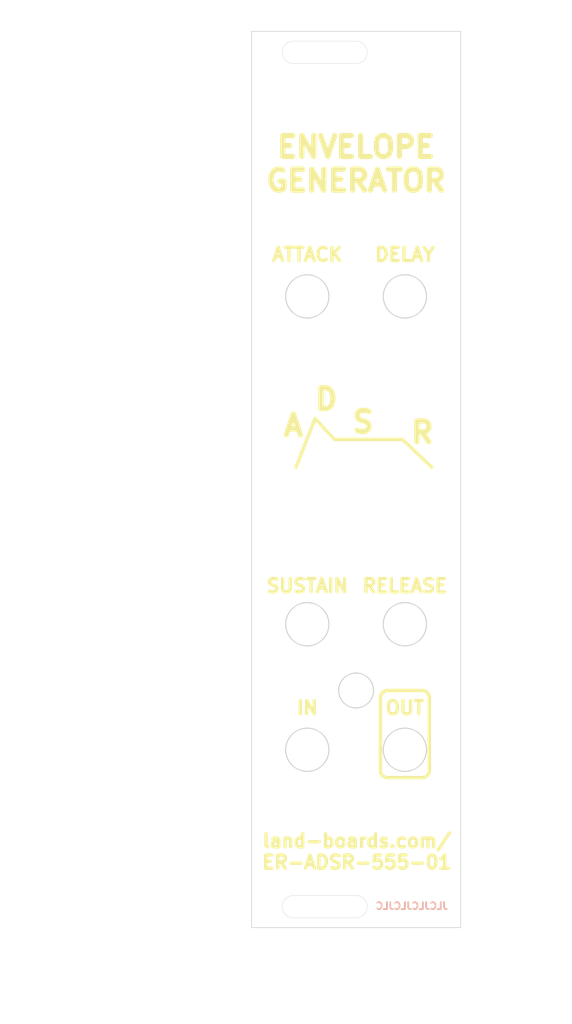
<source format=kicad_pcb>
(kicad_pcb (version 20211014) (generator pcbnew)

  (general
    (thickness 1.6)
  )

  (paper "A4")
  (layers
    (0 "F.Cu" signal)
    (31 "B.Cu" signal)
    (32 "B.Adhes" user "B.Adhesive")
    (33 "F.Adhes" user "F.Adhesive")
    (34 "B.Paste" user)
    (35 "F.Paste" user)
    (36 "B.SilkS" user "B.Silkscreen")
    (37 "F.SilkS" user "F.Silkscreen")
    (38 "B.Mask" user)
    (39 "F.Mask" user)
    (40 "Dwgs.User" user "User.Drawings")
    (41 "Cmts.User" user "User.Comments")
    (42 "Eco1.User" user "User.Eco1")
    (43 "Eco2.User" user "User.Eco2")
    (44 "Edge.Cuts" user)
    (45 "Margin" user)
    (46 "B.CrtYd" user "B.Courtyard")
    (47 "F.CrtYd" user "F.Courtyard")
    (48 "B.Fab" user)
    (49 "F.Fab" user)
    (50 "User.1" user)
    (51 "User.2" user)
    (52 "User.3" user)
    (53 "User.4" user)
    (54 "User.5" user)
    (55 "User.6" user)
    (56 "User.7" user)
    (57 "User.8" user)
    (58 "User.9" user)
  )

  (setup
    (pad_to_mask_clearance 0)
    (pcbplotparams
      (layerselection 0x00010f0_ffffffff)
      (disableapertmacros false)
      (usegerberextensions true)
      (usegerberattributes true)
      (usegerberadvancedattributes true)
      (creategerberjobfile false)
      (svguseinch false)
      (svgprecision 6)
      (excludeedgelayer true)
      (plotframeref false)
      (viasonmask false)
      (mode 1)
      (useauxorigin false)
      (hpglpennumber 1)
      (hpglpenspeed 20)
      (hpglpendiameter 15.000000)
      (dxfpolygonmode true)
      (dxfimperialunits true)
      (dxfusepcbnewfont true)
      (psnegative false)
      (psa4output false)
      (plotreference true)
      (plotvalue true)
      (plotinvisibletext false)
      (sketchpadsonfab false)
      (subtractmaskfromsilk false)
      (outputformat 1)
      (mirror false)
      (drillshape 0)
      (scaleselection 1)
      (outputdirectory "PLOTS/")
    )
  )

  (net 0 "")

  (gr_line (start 57.625 49.5) (end 61.875 53.5) (layer "F.SilkS") (width 0.5) (tstamp 0554bea0-89b2-4e25-9ea3-4c73921c94cb))
  (gr_line (start 60.5 98) (end 55.5 98) (layer "F.SilkS") (width 0.5) (tstamp 15db53b5-ffb8-433f-8108-904b03ef7798))
  (gr_line (start 61.5 86.5) (end 61.5 97) (layer "F.SilkS") (width 0.5) (tstamp 2149c7a5-b4b6-4a47-aeeb-e3fdb854477d))
  (gr_line (start 55.5 85.5) (end 60.5 85.5) (layer "F.SilkS") (width 0.5) (tstamp 44329aaf-4d75-4a8b-a7a3-84f3e375f292))
  (gr_line (start 54.5 97) (end 54.5 86.5) (layer "F.SilkS") (width 0.5) (tstamp 62407bff-f293-4451-887b-5eaa62024bf4))
  (gr_line (start 45.125 46.5) (end 47.875 49.5) (layer "F.SilkS") (width 0.5) (tstamp 78f9c3d3-3556-46f6-9744-05ad54b330f0))
  (gr_arc (start 60.5 85.5) (mid 61.207106 85.792894) (end 61.5 86.5) (layer "F.SilkS") (width 0.5) (tstamp ae7981c6-f1c6-45b7-9b28-5fb757c00b87))
  (gr_arc (start 61.5 97) (mid 61.207106 97.707106) (end 60.5 98) (layer "F.SilkS") (width 0.5) (tstamp b74d0c12-845d-4162-a938-68d028f8d527))
  (gr_arc (start 54.5 86.5) (mid 54.792894 85.792894) (end 55.5 85.5) (layer "F.SilkS") (width 0.5) (tstamp bc5adf06-03fa-4551-8ef4-3fc804c5cd2e))
  (gr_line (start 42.375 53.5) (end 45.125 46.5) (layer "F.SilkS") (width 0.5) (tstamp bd793ae5-cde5-43f6-8def-1f95f35b1be6))
  (gr_arc (start 55.5 98) (mid 54.792894 97.707106) (end 54.5 97) (layer "F.SilkS") (width 0.5) (tstamp ee0fdac1-c638-4d94-82c2-d7a509145d99))
  (gr_line (start 47.875 49.5) (end 57.625 49.5) (layer "F.SilkS") (width 0.5) (tstamp f50dae73-c5b5-475d-ac8c-5b555be54fa3))
  (gr_rect (start 36 -9) (end 66 119.5) (layer "Dwgs.User") (width 0.5) (fill none) (tstamp 6187a3cd-924a-4cb4-91c7-2f5ceed90e05))
  (gr_line (start 21 67) (end 31 67) (layer "Dwgs.User") (width 0.15) (tstamp c0a6f852-6471-4d35-821f-bf40c1cf4758))
  (gr_arc (start 42 -4.4) (mid 40.4 -6) (end 42 -7.6) (layer "Edge.Cuts") (width 0.05) (tstamp 02c6f949-f3c3-4e34-8bc1-8aa811f53123))
  (gr_circle (center 58.000011 28.999993) (end 61.10001 28.999993) (layer "Edge.Cuts") (width 0.15) (fill none) (tstamp 04e95ba8-93e6-430c-a24b-1fab14c2cfef))
  (gr_circle (center 58 94) (end 61.1 94) (layer "Edge.Cuts") (width 0.15) (fill none) (tstamp 303029d5-c465-4af7-b36c-82f4110de2f6))
  (gr_line (start 51 -4.4) (end 42 -4.4) (layer "Edge.Cuts") (width 0.05) (tstamp 386e4c7c-a79f-425e-a674-f354ec7d9c46))
  (gr_arc (start 51 114.9) (mid 52.6 116.5) (end 51 118.1) (layer "Edge.Cuts") (width 0.05) (tstamp 55fdbf37-93ec-4489-b99d-2778986cddf5))
  (gr_arc (start 51 -7.6) (mid 52.6 -6) (end 51 -4.4) (layer "Edge.Cuts") (width 0.05) (tstamp 5da1b3e2-2ab5-47dc-8486-8f43d0855a5f))
  (gr_rect (start 36 -9) (end 66 119.5) (layer "Edge.Cuts") (width 0.1) (fill none) (tstamp 7308e13a-4809-4e8e-af65-9905819aa376))
  (gr_circle (center 44 94) (end 47.1 94) (layer "Edge.Cuts") (width 0.15) (fill none) (tstamp 865cf650-a1c3-490a-9e79-caf4c02fafbf))
  (gr_line (start 42 -7.6) (end 51 -7.6) (layer "Edge.Cuts") (width 0.05) (tstamp 88f42f1f-5b79-4315-a039-7bbb84228026))
  (gr_circle (center 43.999988 28.999993) (end 47.099987 28.999993) (layer "Edge.Cuts") (width 0.15) (fill none) (tstamp 8e44117a-e842-4750-81c2-3d5f8c7214bb))
  (gr_circle (center 58 76) (end 61.1 76) (layer "Edge.Cuts") (width 0.15) (fill none) (tstamp ac4be96d-9bf6-49ed-a31e-d5117dd71b38))
  (gr_line (start 42 114.9) (end 51 114.9) (layer "Edge.Cuts") (width 0.05) (tstamp c28bdfe9-0b98-47ff-a1f0-83c04c9b112d))
  (gr_circle (center 51 85.5) (end 53.5 85.5) (layer "Edge.Cuts") (width 0.15) (fill none) (tstamp cccc183d-f591-443c-b10b-559e23d1baf1))
  (gr_line (start 51 118.1) (end 42 118.1) (layer "Edge.Cuts") (width 0.05) (tstamp d70f70cb-6194-44f9-96e2-0896e72a0528))
  (gr_circle (center 44 76) (end 47.1 76) (layer "Edge.Cuts") (width 0.15) (fill none) (tstamp e7b17cdf-7c65-48cb-9cd3-c677087da7d5))
  (gr_arc (start 42 118.1) (mid 40.4 116.5) (end 42 114.9) (layer "Edge.Cuts") (width 0.05) (tstamp fa7e5dc4-a142-4ee0-91f5-e79b80fca880))
  (gr_text "JLCJLCJLCJLC" (at 59 116.4) (layer "B.SilkS") (tstamp 9388747b-3626-47eb-9511-6e955eb0a961)
    (effects (font (size 1 1) (thickness 0.25)) (justify mirror))
  )
  (gr_text "R" (at 60.5 48.5) (layer "F.SilkS") (tstamp 005f6ea1-3526-4e97-86e4-41388e3bc145)
    (effects (font (size 3 3) (thickness 0.75)))
  )
  (gr_text "D" (at 46.75 43.75) (layer "F.SilkS") (tstamp 296b967f-b7a9-453f-856a-7b874fdca3db)
    (effects (font (size 3 3) (thickness 0.75)))
  )
  (gr_text "OUT" (at 58.000011 88.000002) (layer "F.SilkS") (tstamp 2a10e790-a24c-4f40-b19d-c3e9f4e338bc)
    (effects (font (size 1.905 1.905) (thickness 0.47625)))
  )
  (gr_text "IN" (at 43.999988 88.000002) (layer "F.SilkS") (tstamp 2a7960e9-9205-4edf-b9bb-e17572564874)
    (effects (font (size 1.905 1.905) (thickness 0.47625)))
  )
  (gr_text "DELAY" (at 58.000011 23) (layer "F.SilkS") (tstamp 77a7ee4e-365f-4bcd-b716-26952ca4e15f)
    (effects (font (size 1.905 1.905) (thickness 0.47625)))
  )
  (gr_text "A" (at 42 47.5) (layer "F.SilkS") (tstamp 7b58219a-a31d-4ba4-804a-77c6d706d8bc)
    (effects (font (size 3 3) (thickness 0.75)))
  )
  (gr_text "ATTACK" (at 43.999988 23) (layer "F.SilkS") (tstamp 827461ae-b072-4582-979e-41442a5a72dc)
    (effects (font (size 1.905 1.905) (thickness 0.47625)))
  )
  (gr_text "SUSTAIN" (at 43.999988 70.500011) (layer "F.SilkS") (tstamp 8f5f70b9-4d4b-498c-bf41-6adfb5868132)
    (effects (font (size 1.905 1.905) (thickness 0.47625)))
  )
  (gr_text "land-boards.com/\nER-ADSR-555-01" (at 51.099999 108.600011) (layer "F.SilkS") (tstamp 970a683d-9531-4c94-8306-6f773ad45df6)
    (effects (font (size 1.905 1.905) (thickness 0.47625)))
  )
  (gr_text "S" (at 52 47) (layer "F.SilkS") (tstamp 9c8b409b-0d1b-49e5-8fed-acd83e0e8b3e)
    (effects (font (size 3 3) (thickness 0.75)))
  )
  (gr_text "RELEASE" (at 58.000011 70.500011) (layer "F.SilkS") (tstamp aa2197a7-73c3-46b9-8dcb-97bd6b07af6f)
    (effects (font (size 1.905 1.905) (thickness 0.47625)))
  )
  (gr_text "ENVELOPE\nGENERATOR" (at 51 10) (layer "F.SilkS") (tstamp c57ee958-1bb4-4829-baf3-b969ec805a72)
    (effects (font (size 3 3) (thickness 0.75)))
  )
  (dimension (type aligned) (layer "Dwgs.User") (tstamp 057c19cd-6662-4691-80a2-d6aae7ae2c76)
    (pts (xy 28 110) (xy 28 119.5))
    (height -45)
    (gr_text "9.5 mm" (at 73 114.75 90) (layer "Dwgs.User") (tstamp 057c19cd-6662-4691-80a2-d6aae7ae2c76)
      (effects (font (size 1 1) (thickness 0.15)))
    )
    (format (units 2) (units_format 1) (precision 1))
    (style (thickness 0.15) (arrow_length 1.27) (text_position_mode 1) (extension_height 0.58642) (extension_offset 0.5) keep_text_aligned)
  )
  (dimension (type aligned) (layer "Dwgs.User") (tstamp 0795b66a-4f79-4bf3-a695-c170bedc7296)
    (pts (xy 36 -9) (xy 44 -9))
    (height 135)
    (gr_text "8.0 mm" (at 40 124.5) (layer "Dwgs.User") (tstamp 0795b66a-4f79-4bf3-a695-c170bedc7296)
      (effects (font (size 1 1) (thickness 0.15)))
    )
    (format (units 2) (units_format 1) (precision 1))
    (style (thickness 0.15) (arrow_length 1.27) (text_position_mode 2) (extension_height 0.58642) (extension_offset 0.5) keep_text_aligned)
  )
  (dimension (type aligned) (layer "Dwgs.User") (tstamp 0f95408f-3488-43f1-9815-f813349f4197)
    (pts (xy 66 -9) (xy 58 -9))
    (height -135)
    (gr_text "8.0 mm" (at 62 124.5) (layer "Dwgs.User") (tstamp 0f95408f-3488-43f1-9815-f813349f4197)
      (effects (font (size 1 1) (thickness 0.15)))
    )
    (format (units 2) (units_format 1) (precision 1))
    (style (thickness 0.15) (arrow_length 1.27) (text_position_mode 2) (extension_height 0.58642) (extension_offset 0.5) keep_text_aligned)
  )
  (dimension (type aligned) (layer "Dwgs.User") (tstamp 1dd6685e-3338-48f3-8c20-af1e542fe554)
    (pts (xy 0 76) (xy 0 94))
    (height -72.75)
    (gr_text "18.0 mm" (at 72.75 85 90) (layer "Dwgs.User") (tstamp 1dd6685e-3338-48f3-8c20-af1e542fe554)
      (effects (font (size 1 1) (thickness 0.15)))
    )
    (format (units 2) (units_format 1) (precision 1))
    (style (thickness 0.15) (arrow_length 1.27) (text_position_mode 1) (extension_height 0.58642) (extension_offset 0.5) keep_text_aligned)
  )
  (dimension (type aligned) (layer "Dwgs.User") (tstamp 3af3c3a3-a879-44e2-968f-198cff4cdde2)
    (pts (xy 44 119.5) (xy 58 119.5))
    (height 6.5)
    (gr_text "14.0 mm" (at 51 126) (layer "Dwgs.User") (tstamp 3af3c3a3-a879-44e2-968f-198cff4cdde2)
      (effects (font (size 1 1) (thickness 0.15)))
    )
    (format (units 2) (units_format 1) (precision 1))
    (style (thickness 0.15) (arrow_length 1.27) (text_position_mode 1) (extension_height 0.58642) (extension_offset 0.5) keep_text_aligned)
  )
  (dimension (type aligned) (layer "Dwgs.User") (tstamp 3c6cc0da-f5de-4216-b52f-9e238e346c84)
    (pts (xy 66 -9) (xy 66 0))
    (height 35)
    (gr_text "9.0 mm" (at 31 -4.5 90) (layer "Dwgs.User") (tstamp 3c6cc0da-f5de-4216-b52f-9e238e346c84)
      (effects (font (size 1 1) (thickness 0.15)))
    )
    (format (units 2) (units_format 1) (precision 1))
    (style (thickness 0.15) (arrow_length 1.27) (text_position_mode 1) (extension_height 0.58642) (extension_offset 0.5) keep_text_aligned)
  )
  (dimension (type aligned) (layer "Dwgs.User") (tstamp 4213f9a2-195a-4386-ab4d-eae8968c841d)
    (pts (xy 28 94) (xy 28 110))
    (height -45)
    (gr_text "16.0 mm" (at 73 102 90) (layer "Dwgs.User") (tstamp 4213f9a2-195a-4386-ab4d-eae8968c841d)
      (effects (font (size 1 1) (thickness 0.15)))
    )
    (format (units 2) (units_format 1) (precision 1))
    (style (thickness 0.15) (arrow_length 1.27) (text_position_mode 1) (extension_height 0.58642) (extension_offset 0.5) keep_text_aligned)
  )
  (dimension (type aligned) (layer "Dwgs.User") (tstamp 4eec4936-c976-4d76-b265-d8ad6d190eae)
    (pts (xy 36 -9) (xy 51 -9))
    (height 141.5)
    (gr_text "15.0 mm" (at 43.5 132.5) (layer "Dwgs.User") (tstamp 4eec4936-c976-4d76-b265-d8ad6d190eae)
      (effects (font (size 1 1) (thickness 0.15)))
    )
    (format (units 2) (units_format 1) (precision 1))
    (style (thickness 0.15) (arrow_length 1.27) (text_position_mode 1) (extension_height 0.58642) (extension_offset 0.5) keep_text_aligned)
  )
  (dimension (type aligned) (layer "Dwgs.User") (tstamp 5b776f4c-8c89-4693-ae1d-b113dd65853c)
    (pts (xy -0.5 110) (xy -0.5 94))
    (height 32)
    (gr_text "16.0 mm" (at 31.5 102 90) (layer "Dwgs.User") (tstamp 5b776f4c-8c89-4693-ae1d-b113dd65853c)
      (effects (font (size 1 1) (thickness 0.15)))
    )
    (format (units 2) (units_format 1) (precision 1))
    (style (thickness 0.15) (arrow_length 1.27) (text_position_mode 1) (extension_height 0.58642) (extension_offset 0.5) keep_text_aligned)
  )
  (dimension (type aligned) (layer "Dwgs.User") (tstamp 69c4cad6-76ae-4e19-b144-6c4e49661926)
    (pts (xy 0 76) (xy 0 29))
    (height 72.5)
    (gr_text "47.0 mm" (at 72.5 52.5 90) (layer "Dwgs.User") (tstamp 69c4cad6-76ae-4e19-b144-6c4e49661926)
      (effects (font (size 1 1) (thickness 0.15)))
    )
    (format (units 2) (units_format 1) (precision 1))
    (style (thickness 0.15) (arrow_length 1.27) (text_position_mode 1) (extension_height 0.58642) (extension_offset 0.5) keep_text_aligned)
  )
  (dimension (type aligned) (layer "Dwgs.User") (tstamp 6e49eaf9-64e6-4ce5-bc4c-6789713220f1)
    (pts (xy 0 0) (xy 0 7))
    (height -72.75)
    (gr_text "7.0 mm" (at 71.6 3.5 90) (layer "Dwgs.User") (tstamp 6e49eaf9-64e6-4ce5-bc4c-6789713220f1)
      (effects (font (size 1 1) (thickness 0.15)))
    )
    (format (units 2) (units_format 1) (precision 1))
    (style (thickness 0.15) (arrow_length 1.27) (text_position_mode 0) (extension_height 0.58642) (extension_offset 0.5) keep_text_aligned)
  )
  (dimension (type aligned) (layer "Dwgs.User") (tstamp 775c13a3-2540-4a1a-8fe7-d33de4d3cd59)
    (pts (xy 66 -9) (xy 65 -9))
    (height -131.5)
    (gr_text "1.0 mm" (at 70 122.5) (layer "Dwgs.User") (tstamp 775c13a3-2540-4a1a-8fe7-d33de4d3cd59)
      (effects (font (size 1 1) (thickness 0.15)))
    )
    (format (units 2) (units_format 1) (precision 1))
    (style (thickness 0.15) (arrow_length 1.27) (text_position_mode 2) (extension_height 0.58642) (extension_offset 0.5) keep_text_aligned)
  )
  (dimension (type aligned) (layer "Dwgs.User") (tstamp 7e469a82-52a7-4eb1-be03-bc9c0642b27e)
    (pts (xy 36 -9) (xy 36 -6))
    (height -34)
    (gr_text "3.0000 mm" (at 68.85 -7.5 90) (layer "Dwgs.User") (tstamp 7e469a82-52a7-4eb1-be03-bc9c0642b27e)
      (effects (font (size 1 1) (thickness 0.15)))
    )
    (format (units 3) (units_format 1) (precision 4))
    (style (thickness 0.15) (arrow_length 1.27) (text_position_mode 0) (extension_height 0.58642) (extension_offset 0.5) keep_text_aligned)
  )
  (dimension (type aligned) (layer "Dwgs.User") (tstamp 8761c216-6a19-4e65-9def-76e901bab871)
    (pts (xy 0 7) (xy 0 29))
    (height -72.75)
    (gr_text "22.0 mm" (at 72.75 18 90) (layer "Dwgs.User") (tstamp 8761c216-6a19-4e65-9def-76e901bab871)
      (effects (font (size 1 1) (thickness 0.15)))
    )
    (format (units 2) (units_format 1) (precision 1))
    (style (thickness 0.15) (arrow_length 1.27) (text_position_mode 1) (extension_height 0.58642) (extension_offset 0.5) keep_text_aligned)
  )
  (dimension (type aligned) (layer "Dwgs.User") (tstamp 87b77cd9-8a80-463a-8114-083d84bc0705)
    (pts (xy 36 -9) (xy 42 -9))
    (height 132.5)
    (gr_text "6.0000 mm" (at 39 122.35) (layer "Dwgs.User") (tstamp 87b77cd9-8a80-463a-8114-083d84bc0705)
      (effects (font (size 1 1) (thickness 0.15)))
    )
    (format (units 3) (units_format 1) (precision 4))
    (style (thickness 0.15) (arrow_length 1.27) (text_position_mode 0) (extension_height 0.58642) (extension_offset 0.5) keep_text_aligned)
  )
  (dimension (type aligned) (layer "Dwgs.User") (tstamp b54ae0e8-7728-465f-8eb5-9b8da2acf335)
    (pts (xy 35.5 116.5) (xy 35.5 119.5))
    (height -34)
    (gr_text "3.0000 mm" (at 68.35 118 90) (layer "Dwgs.User") (tstamp b54ae0e8-7728-465f-8eb5-9b8da2acf335)
      (effects (font (size 1 1) (thickness 0.15)))
    )
    (format (units 3) (units_format 1) (precision 4))
    (style (thickness 0.15) (arrow_length 1.27) (text_position_mode 0) (extension_height 0.58642) (extension_offset 0.5) keep_text_aligned)
  )
  (dimension (type aligned) (layer "Dwgs.User") (tstamp c30d8e81-c7c6-4a57-8935-719eadb4260d)
    (pts (xy 36 -9) (xy 37 -9))
    (height 132)
    (gr_text "1.0 mm" (at 32.5 123) (layer "Dwgs.User") (tstamp c30d8e81-c7c6-4a57-8935-719eadb4260d)
      (effects (font (size 1 1) (thickness 0.15)))
    )
    (format (units 2) (units_format 1) (precision 1))
    (style (thickness 0.15) (arrow_length 1.27) (text_position_mode 2) (extension_height 0.58642) (extension_offset 0.5) keep_text_aligned)
  )
  (dimension (type aligned) (layer "Dwgs.User") (tstamp d16f5958-e4a0-44f1-b822-e47260edebb9)
    (pts (xy 36 0) (xy 36 -9))
    (height 36.75)
    (gr_text "9.0 mm" (at 72.75 -4.5 90) (layer "Dwgs.User") (tstamp d16f5958-e4a0-44f1-b822-e47260edebb9)
      (effects (font (size 1 1) (thickness 0.15)))
    )
    (format (units 2) (units_format 1) (precision 1))
    (style (thickness 0.15) (arrow_length 1.27) (text_position_mode 1) (extension_height 0.58642) (extension_offset 0.5) keep_text_aligned)
  )
  (dimension (type aligned) (layer "Dwgs.User") (tstamp d195bb34-6ea9-4505-9e6a-c33a00918675)
    (pts (xy 36 -9) (xy 42 -9))
    (height -2.5)
    (gr_text "6.0000 mm" (at 39 -12.65) (layer "Dwgs.User") (tstamp d195bb34-6ea9-4505-9e6a-c33a00918675)
      (effects (font (size 1 1) (thickness 0.15)))
    )
    (format (units 3) (units_format 1) (precision 4))
    (style (thickness 0.15) (arrow_length 1.27) (text_position_mode 0) (extension_height 0.58642) (extension_offset 0.5) keep_text_aligned)
  )
  (dimension (type aligned) (layer "Dwgs.User") (tstamp deb9964c-6fd9-4f96-9eed-3d8fbd351553)
    (pts (xy 0 76) (xy 0 85.5))
    (height -69.5)
    (gr_text "9.5 mm" (at 69.5 80.75 90) (layer "Dwgs.User") (tstamp deb9964c-6fd9-4f96-9eed-3d8fbd351553)
      (effects (font (size 1 1) (thickness 0.15)))
    )
    (format (units 2) (units_format 1) (precision 1))
    (style (thickness 0.15) (arrow_length 1.27) (text_position_mode 1) (extension_height 0.58642) (extension_offset 0.5) keep_text_aligned)
  )
  (dimension (type aligned) (layer "Dwgs.User") (tstamp fb9e9e4d-0767-484e-8187-466c0f1e401e)
    (pts (xy 66 119.5) (xy 66 -9))
    (height 12)
    (gr_text "128.5 mm" (at 78 55.25 90) (layer "Dwgs.User") (tstamp fb9e9e4d-0767-484e-8187-466c0f1e401e)
      (effects (font (size 1 1) (thickness 0.15)))
    )
    (format (units 2) (units_format 1) (precision 1))
    (style (thickness 0.15) (arrow_length 1.27) (text_position_mode 1) (extension_height 0.58642) (extension_offset 0.5) keep_text_aligned)
  )

)

</source>
